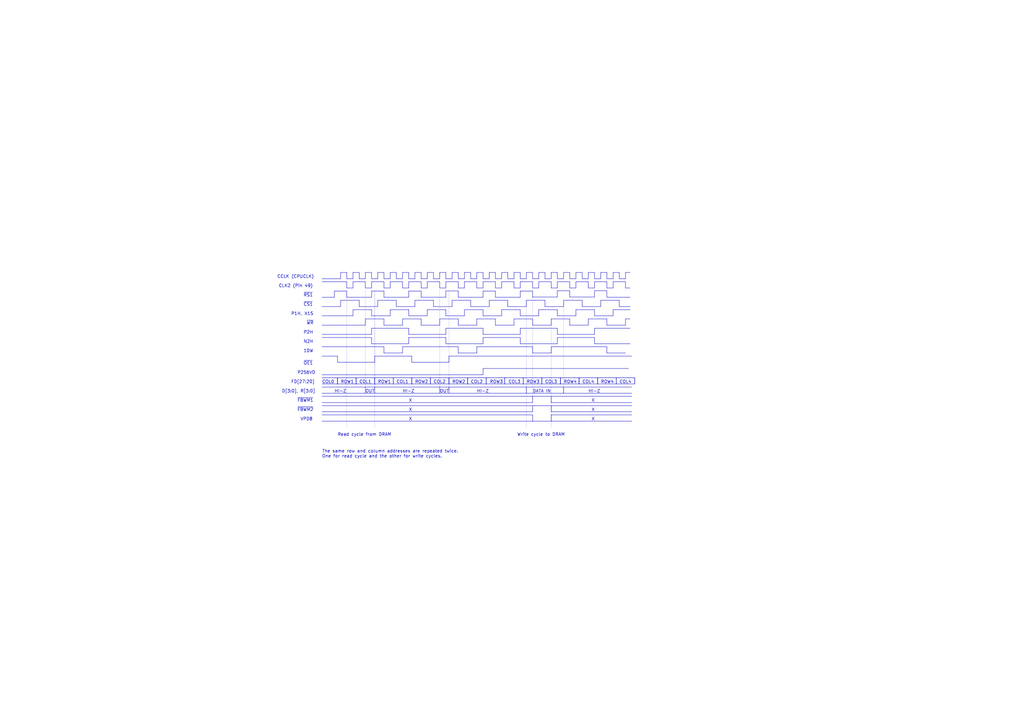
<source format=kicad_sch>
(kicad_sch (version 20230121) (generator eeschema)
  (paper "A3")
  (title_block (title "The Final Round") (date "2023-09-11") (company "Konami GX870"))
  (lib_symbols)
  (polyline (pts (xy 132.08 125.73) (xy 139.7 125.73)) (stroke (width 0) (type solid)))
  (polyline (pts (xy 243.84 134.62) (xy 258.445 134.62)) (stroke (width 0) (type solid)))
  (polyline (pts (xy 187.96 114.3) (xy 187.96 111.76)) (stroke (width 0) (type solid)))
  (polyline (pts (xy 184.15 146.05) (xy 259.08 146.05)) (stroke (width 0) (type solid)))
  (polyline (pts (xy 200.66 114.3) (xy 200.66 111.76)) (stroke (width 0) (type solid)))
  (polyline (pts (xy 153.67 161.29) (xy 153.67 158.75)) (stroke (width 0) (type solid)))
  (polyline (pts (xy 213.36 134.62) (xy 228.6 134.62)) (stroke (width 0) (type solid)))
  (polyline (pts (xy 198.12 114.3) (xy 198.12 111.76)) (stroke (width 0) (type solid)))
  (polyline (pts (xy 187.96 144.78) (xy 195.58 144.78)) (stroke (width 0) (type solid)))
  (polyline (pts (xy 233.68 133.35) (xy 241.3 133.35)) (stroke (width 0) (type solid)))
  (polyline (pts (xy 165.1 142.24) (xy 165.1 144.78)) (stroke (width 0) (type solid)))
  (polyline (pts (xy 228.6 114.3) (xy 231.14 114.3)) (stroke (width 0) (type solid)))
  (polyline (pts (xy 241.3 130.81) (xy 241.3 133.35)) (stroke (width 0) (type solid)))
  (polyline (pts (xy 152.4 119.38) (xy 157.48 119.38)) (stroke (width 0) (type solid)))
  (polyline (pts (xy 149.86 111.76) (xy 152.4 111.76)) (stroke (width 0) (type solid)))
  (polyline (pts (xy 138.43 154.94) (xy 146.05 154.94)) (stroke (width 0) (type solid)))
  (polyline (pts (xy 198.12 114.3) (xy 200.66 114.3)) (stroke (width 0) (type solid)))
  (polyline (pts (xy 220.98 115.57) (xy 226.06 115.57)) (stroke (width 0) (type solid)))
  (polyline (pts (xy 167.64 114.3) (xy 167.64 111.76)) (stroke (width 0) (type solid)))
  (polyline (pts (xy 149.86 130.81) (xy 157.48 130.81)) (stroke (width 0) (type solid)))
  (polyline (pts (xy 228.6 137.16) (xy 228.6 134.62)) (stroke (width 0) (type solid)))
  (polyline (pts (xy 152.4 114.3) (xy 152.4 111.76)) (stroke (width 0) (type solid)))
  (polyline (pts (xy 165.1 118.11) (xy 167.64 118.11)) (stroke (width 0) (type solid)))
  (polyline (pts (xy 198.12 121.92) (xy 198.12 119.38)) (stroke (width 0) (type solid)))
  (polyline (pts (xy 238.76 123.19) (xy 238.76 125.73)) (stroke (width 0) (type solid)))
  (polyline (pts (xy 226.06 172.72) (xy 259.08 172.72)) (stroke (width 0) (type solid)))
  (polyline (pts (xy 229.87 157.48) (xy 229.87 154.94)) (stroke (width 0) (type solid)))
  (polyline (pts (xy 184.15 157.48) (xy 184.15 154.94)) (stroke (width 0) (type solid)))
  (polyline (pts (xy 220.98 114.3) (xy 220.98 111.76)) (stroke (width 0) (type solid)))
  (polyline (pts (xy 138.43 148.59) (xy 153.67 148.59)) (stroke (width 0) (type solid)))
  (polyline (pts (xy 210.82 111.76) (xy 213.36 111.76)) (stroke (width 0) (type solid)))
  (polyline (pts (xy 162.56 114.3) (xy 165.1 114.3)) (stroke (width 0) (type solid)))
  (polyline (pts (xy 231.14 111.76) (xy 233.68 111.76)) (stroke (width 0) (type solid)))
  (polyline (pts (xy 162.56 123.19) (xy 162.56 125.73)) (stroke (width 0) (type solid)))
  (polyline (pts (xy 226.06 130.81) (xy 226.06 175.26)) (stroke (width 0) (type dot)))
  (polyline (pts (xy 233.68 114.3) (xy 236.22 114.3)) (stroke (width 0) (type solid)))
  (polyline (pts (xy 193.04 114.3) (xy 193.04 111.76)) (stroke (width 0) (type solid)))
  (polyline (pts (xy 226.06 170.18) (xy 226.06 172.72)) (stroke (width 0) (type solid)))
  (polyline (pts (xy 190.5 118.11) (xy 190.5 115.57)) (stroke (width 0) (type solid)))
  (polyline (pts (xy 184.15 157.48) (xy 191.77 157.48)) (stroke (width 0) (type solid)))
  (polyline (pts (xy 228.6 138.43) (xy 243.84 138.43)) (stroke (width 0) (type solid)))
  (polyline (pts (xy 243.84 140.97) (xy 258.445 140.97)) (stroke (width 0) (type solid)))
  (polyline (pts (xy 161.29 154.94) (xy 168.91 154.94)) (stroke (width 0) (type solid)))
  (polyline (pts (xy 157.48 119.38) (xy 157.48 121.92)) (stroke (width 0) (type solid)))
  (polyline (pts (xy 248.92 114.3) (xy 248.92 111.76)) (stroke (width 0) (type solid)))
  (polyline (pts (xy 207.01 154.94) (xy 214.63 154.94)) (stroke (width 0) (type solid)))
  (polyline (pts (xy 218.44 144.78) (xy 226.06 144.78)) (stroke (width 0) (type solid)))
  (polyline (pts (xy 218.44 133.35) (xy 226.06 133.35)) (stroke (width 0) (type solid)))
  (polyline (pts (xy 144.78 114.3) (xy 144.78 111.76)) (stroke (width 0) (type solid)))
  (polyline (pts (xy 182.88 119.3327) (xy 187.96 119.3327)) (stroke (width 0) (type solid)))
  (polyline (pts (xy 157.48 133.35) (xy 165.1 133.35)) (stroke (width 0) (type solid)))
  (polyline (pts (xy 243.84 114.3) (xy 246.38 114.3)) (stroke (width 0) (type solid)))
  (polyline (pts (xy 157.48 118.11) (xy 160.02 118.11)) (stroke (width 0) (type solid)))
  (polyline (pts (xy 236.22 115.57) (xy 241.3 115.57)) (stroke (width 0) (type solid)))
  (polyline (pts (xy 154.94 123.19) (xy 162.56 123.19)) (stroke (width 0) (type solid)))
  (polyline (pts (xy 199.39 157.48) (xy 199.39 154.94)) (stroke (width 0) (type solid)))
  (polyline (pts (xy 195.58 142.24) (xy 195.58 144.78)) (stroke (width 0) (type solid)))
  (polyline (pts (xy 184.15 119.38) (xy 184.15 160.02)) (stroke (width 0) (type dot)))
  (polyline (pts (xy 218.44 119.38) (xy 218.44 121.92)) (stroke (width 0) (type solid)))
  (polyline (pts (xy 153.67 157.48) (xy 153.67 154.94)) (stroke (width 0) (type solid)))
  (polyline (pts (xy 198.12 137.16) (xy 213.36 137.16)) (stroke (width 0) (type solid)))
  (polyline (pts (xy 213.36 119.38) (xy 218.44 119.38)) (stroke (width 0) (type solid)))
  (polyline (pts (xy 160.02 118.11) (xy 160.02 115.57)) (stroke (width 0) (type solid)))
  (polyline (pts (xy 254 114.3) (xy 256.54 114.3)) (stroke (width 0) (type solid)))
  (polyline (pts (xy 246.38 125.73) (xy 246.38 123.19)) (stroke (width 0) (type solid)))
  (polyline (pts (xy 218.44 142.24) (xy 218.44 144.78)) (stroke (width 0) (type solid)))
  (polyline (pts (xy 144.78 127) (xy 152.4 127)) (stroke (width 0) (type solid)))
  (polyline (pts (xy 231.14 125.73) (xy 231.14 123.19)) (stroke (width 0) (type solid)))
  (polyline (pts (xy 245.11 154.94) (xy 252.73 154.94)) (stroke (width 0) (type solid)))
  (polyline (pts (xy 203.2 114.3) (xy 205.74 114.3)) (stroke (width 0) (type solid)))
  (polyline (pts (xy 243.84 137.16) (xy 243.84 134.62)) (stroke (width 0) (type solid)))
  (polyline (pts (xy 231.14 158.75) (xy 231.14 161.29)) (stroke (width 0) (type solid)))
  (polyline (pts (xy 205.74 118.11) (xy 205.74 115.57)) (stroke (width 0) (type solid)))
  (polyline (pts (xy 172.72 130.81) (xy 172.72 133.35)) (stroke (width 0) (type solid)))
  (polyline (pts (xy 172.72 114.3) (xy 175.26 114.3)) (stroke (width 0) (type solid)))
  (polyline (pts (xy 199.39 157.48) (xy 207.01 157.48)) (stroke (width 0) (type solid)))
  (polyline (pts (xy 198.12 119.38) (xy 203.2 119.38)) (stroke (width 0) (type solid)))
  (polyline (pts (xy 228.6 115.57) (xy 233.68 115.57)) (stroke (width 0) (type solid)))
  (polyline (pts (xy 180.34 161.29) (xy 184.15 161.29)) (stroke (width 0) (type solid)))
  (polyline (pts (xy 254 125.73) (xy 254 123.19)) (stroke (width 0) (type solid)))
  (polyline (pts (xy 254 125.73) (xy 258.445 125.73)) (stroke (width 0) (type solid)))
  (polyline (pts (xy 175.26 129.54) (xy 175.26 127)) (stroke (width 0) (type solid)))
  (polyline (pts (xy 229.87 154.94) (xy 237.49 154.94)) (stroke (width 0) (type solid)))
  (polyline (pts (xy 251.46 111.76) (xy 254 111.76)) (stroke (width 0) (type solid)))
  (polyline (pts (xy 256.54 118.11) (xy 258.445 118.11)) (stroke (width 0) (type solid)))
  (polyline (pts (xy 157.48 142.24) (xy 157.48 144.78)) (stroke (width 0) (type solid)))
  (polyline (pts (xy 203.2 115.57) (xy 203.2 118.11)) (stroke (width 0) (type solid)))
  (polyline (pts (xy 168.91 148.59) (xy 168.91 146.05)) (stroke (width 0) (type solid)))
  (polyline (pts (xy 144.78 115.57) (xy 149.86 115.57)) (stroke (width 0) (type solid)))
  (polyline (pts (xy 187.96 115.57) (xy 187.96 118.11)) (stroke (width 0) (type solid)))
  (polyline (pts (xy 132.08 162.56) (xy 259.08 162.56)) (stroke (width 0) (type solid)))
  (polyline (pts (xy 246.38 123.19) (xy 254 123.19)) (stroke (width 0) (type solid)))
  (polyline (pts (xy 152.4 129.54) (xy 160.02 129.54)) (stroke (width 0) (type solid)))
  (polyline (pts (xy 222.25 157.48) (xy 222.25 154.94)) (stroke (width 0) (type solid)))
  (polyline (pts (xy 220.98 129.54) (xy 220.98 127)) (stroke (width 0) (type solid)))
  (polyline (pts (xy 144.78 118.11) (xy 144.78 115.57)) (stroke (width 0) (type solid)))
  (polyline (pts (xy 142.24 115.57) (xy 142.24 118.11)) (stroke (width 0) (type solid)))
  (polyline (pts (xy 167.64 137.16) (xy 167.64 134.62)) (stroke (width 0) (type solid)))
  (polyline (pts (xy 237.49 154.94) (xy 245.11 154.94)) (stroke (width 0) (type solid)))
  (polyline (pts (xy 182.88 129.54) (xy 190.5 129.54)) (stroke (width 0) (type solid)))
  (polyline (pts (xy 132.08 170.18) (xy 218.44 170.18)) (stroke (width 0) (type solid)))
  (polyline (pts (xy 175.26 114.3) (xy 175.26 111.76)) (stroke (width 0) (type solid)))
  (polyline (pts (xy 138.43 157.48) (xy 138.43 154.94)) (stroke (width 0) (type solid)))
  (polyline (pts (xy 256.54 130.81) (xy 256.54 133.35)) (stroke (width 0) (type solid)))
  (polyline (pts (xy 231.14 114.3) (xy 231.14 111.76)) (stroke (width 0) (type solid)))
  (polyline (pts (xy 187.96 130.81) (xy 187.96 133.35)) (stroke (width 0) (type solid)))
  (polyline (pts (xy 149.86 119.38) (xy 149.86 158.75)) (stroke (width 0) (type dot)))
  (polyline (pts (xy 241.3 130.81) (xy 248.92 130.81)) (stroke (width 0) (type solid)))
  (polyline (pts (xy 157.48 130.81) (xy 157.48 133.35)) (stroke (width 0) (type solid)))
  (polyline (pts (xy 180.34 130.81) (xy 187.96 130.81)) (stroke (width 0) (type solid)))
  (polyline (pts (xy 208.28 125.73) (xy 215.9 125.73)) (stroke (width 0) (type solid)))
  (polyline (pts (xy 187.96 118.11) (xy 190.5 118.11)) (stroke (width 0) (type solid)))
  (polyline (pts (xy 233.68 130.81) (xy 233.68 133.35)) (stroke (width 0) (type solid)))
  (polyline (pts (xy 157.48 121.92) (xy 167.64 121.92)) (stroke (width 0) (type solid)))
  (polyline (pts (xy 210.82 130.81) (xy 210.82 133.35)) (stroke (width 0) (type solid)))
  (polyline (pts (xy 237.49 157.48) (xy 237.49 154.94)) (stroke (width 0) (type solid)))
  (polyline (pts (xy 149.86 115.57) (xy 149.86 118.11)) (stroke (width 0) (type solid)))
  (polyline (pts (xy 218.4322 165.1) (xy 218.4322 162.56)) (stroke (width 0) (type solid)))
  (polyline (pts (xy 185.42 111.76) (xy 187.96 111.76)) (stroke (width 0) (type solid)))
  (polyline (pts (xy 168.91 154.94) (xy 176.53 154.94)) (stroke (width 0) (type solid)))
  (polyline (pts (xy 180.34 130.81) (xy 180.34 133.35)) (stroke (width 0) (type solid)))
  (polyline (pts (xy 195.58 142.24) (xy 218.44 142.24)) (stroke (width 0) (type solid)))
  (polyline (pts (xy 137.16 121.92) (xy 137.16 119.38)) (stroke (width 0) (type solid)))
  (polyline (pts (xy 146.05 157.48) (xy 153.67 157.48)) (stroke (width 0) (type solid)))
  (polyline (pts (xy 243.84 129.54) (xy 251.46 129.54)) (stroke (width 0) (type solid)))
  (polyline (pts (xy 241.3 118.11) (xy 243.84 118.11)) (stroke (width 0) (type solid)))
  (polyline (pts (xy 170.18 125.73) (xy 170.18 123.19)) (stroke (width 0) (type solid)))
  (polyline (pts (xy 167.64 114.3) (xy 170.18 114.3)) (stroke (width 0) (type solid)))
  (polyline (pts (xy 195.58 115.57) (xy 195.58 118.11)) (stroke (width 0) (type solid)))
  (polyline (pts (xy 167.64 118.11) (xy 167.64 115.57)) (stroke (width 0) (type solid)))
  (polyline (pts (xy 132.0878 168.91) (xy 218.4478 168.91)) (stroke (width 0) (type solid)))
  (polyline (pts (xy 207.01 157.48) (xy 207.01 154.94)) (stroke (width 0) (type solid)))
  (polyline (pts (xy 213.36 118.11) (xy 213.36 115.57)) (stroke (width 0) (type solid)))
  (polyline (pts (xy 199.39 157.48) (xy 199.39 154.94)) (stroke (width 0) (type solid)))
  (polyline (pts (xy 210.82 115.57) (xy 210.82 118.11)) (stroke (width 0) (type solid)))
  (polyline (pts (xy 214.63 157.48) (xy 214.63 154.94)) (stroke (width 0) (type solid)))
  (polyline (pts (xy 207.01 157.48) (xy 207.01 154.94)) (stroke (width 0) (type solid)))
  (polyline (pts (xy 243.84 129.54) (xy 243.84 127)) (stroke (width 0) (type solid)))
  (polyline (pts (xy 176.53 154.94) (xy 184.15 154.94)) (stroke (width 0) (type solid)))
  (polyline (pts (xy 139.7 125.73) (xy 139.7 123.19)) (stroke (width 0) (type solid)))
  (polyline (pts (xy 138.43 148.59) (xy 138.43 146.05)) (stroke (width 0) (type solid)))
  (polyline (pts (xy 220.98 118.11) (xy 220.98 115.57)) (stroke (width 0) (type solid)))
  (polyline (pts (xy 228.6 137.16) (xy 243.84 137.16)) (stroke (width 0) (type solid)))
  (polyline (pts (xy 195.58 130.81) (xy 203.2 130.81)) (stroke (width 0) (type solid)))
  (polyline (pts (xy 229.87 157.48) (xy 237.49 157.48)) (stroke (width 0) (type solid)))
  (polyline (pts (xy 149.86 158.75) (xy 153.67 158.75)) (stroke (width 0) (type solid)))
  (polyline (pts (xy 153.67 157.48) (xy 161.29 157.48)) (stroke (width 0) (type solid)))
  (polyline (pts (xy 233.68 119.2802) (xy 233.68 121.8202)) (stroke (width 0) (type solid)))
  (polyline (pts (xy 228.6 138.43) (xy 228.6 140.97)) (stroke (width 0) (type solid)))
  (polyline (pts (xy 195.58 130.81) (xy 195.58 133.35)) (stroke (width 0) (type solid)))
  (polyline (pts (xy 168.91 157.48) (xy 168.91 154.94)) (stroke (width 0) (type solid)))
  (polyline (pts (xy 167.64 121.92) (xy 167.64 119.38)) (stroke (width 0) (type solid)))
  (polyline (pts (xy 195.58 118.11) (xy 198.12 118.11)) (stroke (width 0) (type solid)))
  (polyline (pts (xy 177.8 125.73) (xy 185.42 125.73)) (stroke (width 0) (type solid)))
  (polyline (pts (xy 256.54 115.57) (xy 256.54 118.11)) (stroke (width 0) (type solid)))
  (polyline (pts (xy 223.52 114.3) (xy 223.52 111.76)) (stroke (width 0) (type solid)))
  (polyline (pts (xy 246.38 111.76) (xy 248.92 111.76)) (stroke (width 0) (type solid)))
  (polyline (pts (xy 190.5 115.57) (xy 195.58 115.57)) (stroke (width 0) (type solid)))
  (polyline (pts (xy 184.15 148.59) (xy 184.15 146.05)) (stroke (width 0) (type solid)))
  (polyline (pts (xy 142.24 114.3) (xy 142.24 111.76)) (stroke (width 0) (type solid)))
  (polyline (pts (xy 182.88 118.11) (xy 182.88 115.57)) (stroke (width 0) (type solid)))
  (polyline (pts (xy 172.72 118.11) (xy 175.26 118.11)) (stroke (width 0) (type solid)))
  (polyline (pts (xy 187.96 119.3327) (xy 187.96 121.8727)) (stroke (width 0) (type solid)))
  (polyline (pts (xy 142.24 114.3) (xy 144.78 114.3)) (stroke (width 0) (type solid)))
  (polyline (pts (xy 223.52 114.3) (xy 226.06 114.3)) (stroke (width 0) (type solid)))
  (polyline (pts (xy 153.67 119.38) (xy 153.67 175.26)) (stroke (width 0) (type dot)))
  (polyline (pts (xy 248.92 115.57) (xy 248.92 118.11)) (stroke (width 0) (type solid)))
  (polyline (pts (xy 180.34 158.75) (xy 184.15 158.75)) (stroke (width 0) (type solid)))
  (polyline (pts (xy 203.2 121.92) (xy 213.36 121.92)) (stroke (width 0) (type solid)))
  (polyline (pts (xy 236.22 129.54) (xy 236.22 127)) (stroke (width 0) (type solid)))
  (polyline (pts (xy 180.34 115.57) (xy 180.34 118.11)) (stroke (width 0) (type solid)))
  (polyline (pts (xy 172.72 119.38) (xy 172.72 121.92)) (stroke (width 0) (type solid)))
  (polyline (pts (xy 165.1 115.57) (xy 165.1 118.11)) (stroke (width 0) (type solid)))
  (polyline (pts (xy 152.4 138.43) (xy 152.4 140.97)) (stroke (width 0) (type solid)))
  (polyline (pts (xy 162.56 114.3) (xy 162.56 111.76)) (stroke (width 0) (type solid)))
  (polyline (pts (xy 195.58 114.3) (xy 195.58 111.76)) (stroke (width 0) (type solid)))
  (polyline (pts (xy 193.04 125.73) (xy 200.66 125.73)) (stroke (width 0) (type solid)))
  (polyline (pts (xy 256.54 114.3) (xy 256.54 111.76)) (stroke (width 0) (type solid)))
  (polyline (pts (xy 146.05 154.94) (xy 153.67 154.94)) (stroke (width 0) (type solid)))
  (polyline (pts (xy 228.6 127) (xy 228.6 129.54)) (stroke (width 0) (type solid)))
  (polyline (pts (xy 185.42 123.19) (xy 193.04 123.19)) (stroke (width 0) (type solid)))
  (polyline (pts (xy 231.14 123.19) (xy 238.76 123.19)) (stroke (width 0) (type solid)))
  (polyline (pts (xy 237.49 157.48) (xy 245.11 157.48)) (stroke (width 0) (type solid)))
  (polyline (pts (xy 226.0678 168.91) (xy 226.0678 166.37)) (stroke (width 0) (type solid)))
  (polyline (pts (xy 184.15 158.75) (xy 259.08 158.75)) (stroke (width 0) (type solid)))
  (polyline (pts (xy 205.74 111.76) (xy 208.28 111.76)) (stroke (width 0) (type solid)))
  (polyline (pts (xy 222.25 157.48) (xy 222.25 154.94)) (stroke (width 0) (type solid)))
  (polyline (pts (xy 218.44 114.3) (xy 220.98 114.3)) (stroke (width 0) (type solid)))
  (polyline (pts (xy 243.84 119.2802) (xy 248.92 119.2802)) (stroke (width 0) (type solid)))
  (polyline (pts (xy 167.64 115.57) (xy 172.72 115.57)) (stroke (width 0) (type solid)))
  (polyline (pts (xy 198.12 138.43) (xy 198.12 140.97)) (stroke (width 0) (type solid)))
  (polyline (pts (xy 226.06 130.81) (xy 226.06 133.35)) (stroke (width 0) (type solid)))
  (polyline (pts (xy 147.32 125.73) (xy 154.94 125.73)) (stroke (width 0) (type solid)))
  (polyline (pts (xy 157.48 115.57) (xy 157.48 118.11)) (stroke (width 0) (type solid)))
  (polyline (pts (xy 215.9 114.3) (xy 215.9 111.76)) (stroke (width 0) (type solid)))
  (polyline (pts (xy 149.86 118.11) (xy 152.4 118.11)) (stroke (width 0) (type solid)))
  (polyline (pts (xy 168.91 148.59) (xy 184.15 148.59)) (stroke (width 0) (type solid)))
  (polyline (pts (xy 167.64 129.54) (xy 175.26 129.54)) (stroke (width 0) (type solid)))
  (polyline (pts (xy 153.67 157.48) (xy 153.67 154.94)) (stroke (width 0) (type solid)))
  (polyline (pts (xy 215.9 111.76) (xy 218.44 111.76)) (stroke (width 0) (type solid)))
  (polyline (pts (xy 177.8 114.3) (xy 180.34 114.3)) (stroke (width 0) (type solid)))
  (polyline (pts (xy 226.06 111.76) (xy 228.6 111.76)) (stroke (width 0) (type solid)))
  (polyline (pts (xy 132.08 158.75) (xy 149.86 158.75)) (stroke (width 0) (type solid)))
  (polyline (pts (xy 172.72 115.57) (xy 172.72 118.11)) (stroke (width 0) (type solid)))
  (polyline (pts (xy 251.46 114.3) (xy 251.46 111.76)) (stroke (width 0) (type solid)))
  (polyline (pts (xy 218.44 118.11) (xy 220.98 118.11)) (stroke (width 0) (type solid)))
  (polyline (pts (xy 132.08 146.05) (xy 138.43 146.05)) (stroke (width 0) (type solid)))
  (polyline (pts (xy 149.86 130.81) (xy 149.86 133.35)) (stroke (width 0) (type solid)))
  (polyline (pts (xy 185.42 114.3) (xy 185.42 111.76)) (stroke (width 0) (type solid)))
  (polyline (pts (xy 142.24 119.38) (xy 142.24 121.92)) (stroke (width 0) (type solid)))
  (polyline (pts (xy 193.04 123.19) (xy 193.04 125.73)) (stroke (width 0) (type solid)))
  (polyline (pts (xy 162.56 125.73) (xy 170.18 125.73)) (stroke (width 0) (type solid)))
  (polyline (pts (xy 161.29 157.48) (xy 168.91 157.48)) (stroke (width 0) (type solid)))
  (polyline (pts (xy 218.44 114.3) (xy 218.44 111.76)) (stroke (width 0) (type solid)))
  (polyline (pts (xy 132.08 154.94) (xy 138.43 154.94)) (stroke (width 0) (type solid)))
  (polyline (pts (xy 208.28 114.3) (xy 210.82 114.3)) (stroke (width 0) (type solid)))
  (polyline (pts (xy 167.64 127) (xy 167.64 129.54)) (stroke (width 0) (type solid)))
  (polyline (pts (xy 218.44 172.72) (xy 226.06 172.72)) (stroke (width 0) (type solid)))
  (polyline (pts (xy 226.06 142.24) (xy 226.06 144.78)) (stroke (width 0) (type solid)))
  (polyline (pts (xy 256.54 130.81) (xy 258.445 130.81)) (stroke (width 0) (type solid)))
  (polyline (pts (xy 165.1 111.76) (xy 167.64 111.76)) (stroke (width 0) (type solid)))
  (polyline (pts (xy 146.05 157.48) (xy 146.05 154.94)) (stroke (width 0) (type solid)))
  (polyline (pts (xy 251.46 129.54) (xy 251.46 127)) (stroke (width 0) (type solid)))
  (polyline (pts (xy 144.78 111.76) (xy 147.32 111.76)) (stroke (width 0) (type solid)))
  (polyline (pts (xy 182.88 114.3) (xy 182.88 111.76)) (stroke (width 0) (type solid)))
  (polyline (pts (xy 152.4 137.16) (xy 152.4 134.62)) (stroke (width 0) (type solid)))
  (polyline (pts (xy 228.6 118.11) (xy 228.6 115.57)) (stroke (width 0) (type solid)))
  (polyline (pts (xy 203.2 119.38) (xy 203.2 121.92)) (stroke (width 0) (type solid)))
  (polyline (pts (xy 161.29 157.48) (xy 161.29 154.94)) (stroke (width 0) (type solid)))
  (polyline (pts (xy 222.25 154.94) (xy 229.87 154.94)) (stroke (width 0) (type solid)))
  (polyline (pts (xy 167.64 138.43) (xy 167.64 140.97)) (stroke (width 0) (type solid)))
  (polyline (pts (xy 218.44 121.8202) (xy 228.6 121.8202)) (stroke (width 0) (type solid)))
  (polyline (pts (xy 223.52 125.73) (xy 231.14 125.73)) (stroke (width 0) (type solid)))
  (polyline (pts (xy 170.18 111.76) (xy 172.72 111.76)) (stroke (width 0) (type solid)))
  (polyline (pts (xy 175.26 115.57) (xy 180.34 115.57)) (stroke (width 0) (type solid)))
  (polyline (pts (xy 245.11 157.48) (xy 252.73 157.48)) (stroke (width 0) (type solid)))
  (polyline (pts (xy 165.1 130.81) (xy 165.1 133.35)) (stroke (width 0) (type solid)))
  (polyline (pts (xy 160.02 129.54) (xy 160.02 127)) (stroke (width 0) (type solid)))
  (polyline (pts (xy 153.67 146.05) (xy 168.91 146.05)) (stroke (width 0) (type solid)))
  (polyline (pts (xy 252.73 154.94) (xy 260.35 154.94)) (stroke (width 0) (type solid)))
  (polyline (pts (xy 175.26 127) (xy 182.88 127)) (stroke (width 0) (type solid)))
  (polyline (pts (xy 213.36 129.54) (xy 220.98 129.54)) (stroke (width 0) (type solid)))
  (polyline (pts (xy 190.5 111.76) (xy 193.04 111.76)) (stroke (width 0) (type solid)))
  (polyline (pts (xy 210.82 118.11) (xy 213.36 118.11)) (stroke (width 0) (type solid)))
  (polyline (pts (xy 236.22 111.76) (xy 238.76 111.76)) (stroke (width 0) (type solid)))
  (polyline (pts (xy 222.25 157.48) (xy 229.87 157.48)) (stroke (width 0) (type solid)))
  (polyline (pts (xy 236.22 114.3) (xy 236.22 111.76)) (stroke (width 0) (type solid)))
  (polyline (pts (xy 198.12 151.13) (xy 257.81 151.13)) (stroke (width 0) (type solid)))
  (polyline (pts (xy 252.73 157.48) (xy 260.35 157.48)) (stroke (width 0) (type solid)))
  (polyline (pts (xy 248.92 119.2802) (xy 248.92 121.8202)) (stroke (width 0) (type solid)))
  (polyline (pts (xy 200.66 123.19) (xy 208.28 123.19)) (stroke (width 0) (type solid)))
  (polyline (pts (xy 223.52 123.19) (xy 223.52 125.73)) (stroke (width 0) (type solid)))
  (polyline (pts (xy 157.48 114.3) (xy 157.48 111.76)) (stroke (width 0) (type solid)))
  (polyline (pts (xy 182.88 114.3) (xy 185.42 114.3)) (stroke (width 0) (type solid)))
  (polyline (pts (xy 138.43 157.48) (xy 138.43 154.94)) (stroke (width 0) (type solid)))
  (polyline (pts (xy 137.16 119.38) (xy 142.24 119.38)) (stroke (width 0) (type solid)))
  (polyline (pts (xy 213.36 137.16) (xy 213.36 134.62)) (stroke (width 0) (type solid)))
  (polyline (pts (xy 241.3 115.57) (xy 241.3 118.11)) (stroke (width 0) (type solid)))
  (polyline (pts (xy 132.08 161.29) (xy 149.86 161.29)) (stroke (width 0) (type solid)))
  (polyline (pts (xy 182.88 115.57) (xy 187.96 115.57)) (stroke (width 0) (type solid)))
  (polyline (pts (xy 238.76 114.3) (xy 238.76 111.76)) (stroke (width 0) (type solid)))
  (polyline (pts (xy 248.92 114.3) (xy 251.46 114.3)) (stroke (width 0) (type solid)))
  (polyline (pts (xy 153.67 157.48) (xy 153.67 154.94)) (stroke (width 0) (type solid)))
  (polyline (pts (xy 138.43 157.48) (xy 146.05 157.48)) (stroke (width 0) (type solid)))
  (polyline (pts (xy 226.06 170.18) (xy 259.08 170.18)) (stroke (width 0) (type solid)))
  (polyline (pts (xy 182.88 127) (xy 182.88 129.54)) (stroke (width 0) (type solid)))
  (polyline (pts (xy 132.08 114.3) (xy 139.7 114.3)) (stroke (width 0) (type solid)))
  (polyline (pts (xy 182.88 137.16) (xy 182.88 134.62)) (stroke (width 0) (type solid)))
  (polyline (pts (xy 226.06 165.1) (xy 259.08 165.1)) (stroke (width 0) (type solid)))
  (polyline (pts (xy 132.08 138.43) (xy 152.4 138.43)) (stroke (width 0) (type solid)))
  (polyline (pts (xy 203.2 114.3) (xy 203.2 111.76)) (stroke (width 0) (type solid)))
  (polyline (pts (xy 191.77 157.48) (xy 199.39 157.48)) (stroke (width 0) (type solid)))
  (polyline (pts (xy 161.29 157.48) (xy 161.29 154.94)) (stroke (width 0) (type solid)))
  (polyline (pts (xy 168.91 157.48) (xy 168.91 154.94)) (stroke (width 0) (type solid)))
  (polyline (pts (xy 160.02 127) (xy 167.64 127)) (stroke (width 0) (type solid)))
  (polyline (pts (xy 180.34 111.76) (xy 182.88 111.76)) (stroke (width 0) (type solid)))
  (polyline (pts (xy 215.9 123.19) (xy 223.52 123.19)) (stroke (width 0) (type solid)))
  (polyline (pts (xy 153.67 119.38) (xy 153.67 160.02)) (stroke (width 0) (type dot)))
  (polyline (pts (xy 198.12 137.16) (xy 198.12 134.62)) (stroke (width 0) (type solid)))
  (polyline (pts (xy 152.4 121.92) (xy 152.4 119.38)) (stroke (width 0) (type solid)))
  (polyline (pts (xy 248.92 118.11) (xy 251.46 118.11)) (stroke (width 0) (type solid)))
  (polyline (pts (xy 215.9 158.75) (xy 215.9 161.29)) (stroke (width 0) (type solid)))
  (polyline (pts (xy 203.2 133.35) (xy 210.82 133.35)) (stroke (width 0) (type solid)))
  (polyline (pts (xy 245.11 157.48) (xy 245.11 154.94)) (stroke (width 0) (type solid)))
  (polyline (pts (xy 205.74 115.57) (xy 210.82 115.57)) (stroke (width 0) (type solid)))
  (polyline (pts (xy 229.87 157.48) (xy 229.87 154.94)) (stroke (width 0) (type solid)))
  (polyline (pts (xy 153.67 158.75) (xy 180.34 158.75)) (stroke (width 0) (type solid)))
  (polyline (pts (xy 213.36 121.92) (xy 213.36 119.38)) (stroke (width 0) (type solid)))
  (polyline (pts (xy 153.67 157.48) (xy 153.67 154.94)) (stroke (width 0) (type solid)))
  (polyline (pts (xy 182.88 138.43) (xy 182.88 140.97)) (stroke (width 0) (type solid)))
  (polyline (pts (xy 182.88 140.97) (xy 198.12 140.97)) (stroke (width 0) (type solid)))
  (polyline (pts (xy 213.36 115.57) (xy 218.44 115.57)) (stroke (width 0) (type solid)))
  (polyline (pts (xy 256.54 111.76) (xy 258.445 111.76)) (stroke (width 0) (type solid)))
  (polyline (pts (xy 218.44 170.18) (xy 218.44 172.72)) (stroke (width 0) (type solid)))
  (polyline (pts (xy 182.88 134.62) (xy 198.12 134.62)) (stroke (width 0) (type solid)))
  (polyline (pts (xy 177.8 114.3) (xy 177.8 111.76)) (stroke (width 0) (type solid)))
  (polyline (pts (xy 200.66 111.76) (xy 203.2 111.76)) (stroke (width 0) (type solid)))
  (polyline (pts (xy 172.72 114.3) (xy 172.72 111.76)) (stroke (width 0) (type solid)))
  (polyline (pts (xy 207.01 157.48) (xy 214.63 157.48)) (stroke (width 0) (type solid)))
  (polyline (pts (xy 152.4 134.62) (xy 167.64 134.62)) (stroke (width 0) (type solid)))
  (polyline (pts (xy 203.2 118.11) (xy 205.74 118.11)) (stroke (width 0) (type solid)))
  (polyline (pts (xy 187.96 121.92) (xy 198.12 121.92)) (stroke (width 0) (type solid)))
  (polyline (pts (xy 170.18 123.19) (xy 177.8 123.19)) (stroke (width 0) (type solid)))
  (polyline (pts (xy 152.4 115.57) (xy 157.48 115.57)) (stroke (width 0) (type solid)))
  (polyline (pts (xy 147.32 123.19) (xy 147.32 125.73)) (stroke (width 0) (type solid)))
  (polyline (pts (xy 184.15 157.48) (xy 184.15 154.94)) (stroke (width 0) (type solid)))
  (polyline (pts (xy 132.08 137.16) (xy 152.4 137.16)) (stroke (width 0) (type solid)))
  (polyline (pts (xy 165.1 142.24) (xy 187.96 142.24)) (stroke (width 0) (type solid)))
  (polyline (pts (xy 205.74 114.3) (xy 205.74 111.76)) (stroke (width 0) (type solid)))
  (polyline (pts (xy 198.12 138.43) (xy 213.36 138.43)) (stroke (width 0) (type solid)))
  (polyline (pts (xy 252.73 157.48) (xy 252.73 154.94)) (stroke (width 0) (type solid)))
  (polyline (pts (xy 228.6 129.54) (xy 236.22 129.54)) (stroke (width 0) (type solid)))
  (polyline (pts (xy 260.35 157.48) (xy 260.35 154.94)) (stroke (width 0) (type solid)))
  (polyline (pts (xy 226.06 142.24) (xy 248.92 142.24)) (stroke (width 0) (type solid)))
  (polyline (pts (xy 182.88 121.8727) (xy 182.88 119.3327)) (stroke (width 0) (type solid)))
  (polyline (pts (xy 132.08 115.57) (xy 142.24 115.57)) (stroke (width 0) (type solid)))
  (polyline (pts (xy 191.77 154.94) (xy 199.39 154.94)) (stroke (width 0) (type solid)))
  (polyline (pts (xy 165.1 114.3) (xy 165.1 111.76)) (stroke (width 0) (type solid)))
  (polyline (pts (xy 198.12 115.57) (xy 203.2 115.57)) (stroke (width 0) (type solid)))
  (polyline (pts (xy 236.22 127) (xy 243.84 127)) (stroke (width 0) (type solid)))
  (polyline (pts (xy 132.08 157.48) (xy 138.43 157.48)) (stroke (width 0) (type solid)))
  (polyline (pts (xy 198.1177 153.67) (xy 198.1177 151.13)) (stroke (width 0) (type solid)))
  (polyline (pts (xy 180.34 118.11) (xy 182.88 118.11)) (stroke (width 0) (type solid)))
  (polyline (pts (xy 167.64 119.38) (xy 172.72 119.38)) (stroke (width 0) (type solid)))
  (polyline (pts (xy 152.4 127) (xy 152.4 129.54)) (stroke (width 0) (type solid)))
  (polyline (pts (xy 200.66 125.73) (xy 200.66 123.19)) (stroke (width 0) (type solid)))
  (polyline (pts (xy 168.91 157.48) (xy 168.91 154.94)) (stroke (width 0) (type solid)))
  (polyline (pts (xy 184.15 154.94) (xy 191.77 154.94)) (stroke (width 0) (type solid)))
  (polyline (pts (xy 248.92 144.78) (xy 256.54 144.78)) (stroke (width 0) (type solid)))
  (polyline (pts (xy 208.28 123.19) (xy 208.28 125.73)) (stroke (width 0) (type solid)))
  (polyline (pts (xy 132.08 129.54) (xy 144.78 129.54)) (stroke (width 0) (type solid)))
  (polyline (pts (xy 168.91 157.48) (xy 168.91 154.94)) (stroke (width 0) (type solid)))
  (polyline (pts (xy 241.3 111.76) (xy 243.84 111.76)) (stroke (width 0) (type solid)))
  (polyline (pts (xy 218.44 121.92) (xy 218.44 163.83)) (stroke (width 0) (type dot)))
  (polyline (pts (xy 152.4 140.97) (xy 167.64 140.97)) (stroke (width 0) (type solid)))
  (polyline (pts (xy 149.86 114.3) (xy 149.86 111.76)) (stroke (width 0) (type solid)))
  (polyline (pts (xy 228.6 119.2802) (xy 233.68 119.2802)) (stroke (width 0) (type solid)))
  (polyline (pts (xy 228.6 114.3) (xy 228.6 111.76)) (stroke (width 0) (type solid)))
  (polyline (pts (xy 139.7 123.19) (xy 147.32 123.19)) (stroke (width 0) (type solid)))
  (polyline (pts (xy 144.78 127) (xy 144.78 129.54)) (stroke (width 0) (type solid)))
  (polyline (pts (xy 238.76 114.3) (xy 241.3 114.3)) (stroke (width 0) (type solid)))
  (polyline (pts (xy 248.92 133.35) (xy 256.54 133.35)) (stroke (width 0) (type solid)))
  (polyline (pts (xy 213.36 140.97) (xy 228.6 140.97)) (stroke (width 0) (type solid)))
  (polyline (pts (xy 213.36 114.3) (xy 215.9 114.3)) (stroke (width 0) (type solid)))
  (polyline (pts (xy 153.67 148.59) (xy 153.67 146.05)) (stroke (width 0) (type solid)))
  (polyline (pts (xy 251.46 127) (xy 258.445 127)) (stroke (width 0) (type solid)))
  (polyline (pts (xy 248.92 142.24) (xy 248.92 144.78)) (stroke (width 0) (type solid)))
  (polyline (pts (xy 190.5 127) (xy 198.12 127)) (stroke (width 0) (type solid)))
  (polyline (pts (xy 187.96 133.35) (xy 195.58 133.35)) (stroke (width 0) (type solid)))
  (polyline (pts (xy 236.22 118.11) (xy 236.22 115.57)) (stroke (width 0) (type solid)))
  (polyline (pts (xy 252.73 157.48) (xy 252.73 154.94)) (stroke (width 0) (type solid)))
  (polyline (pts (xy 160.02 115.57) (xy 165.1 115.57)) (stroke (width 0) (type solid)))
  (polyline (pts (xy 142.24 121.92) (xy 152.4 121.92)) (stroke (width 0) (type solid)))
  (polyline (pts (xy 167.64 137.16) (xy 182.88 137.16)) (stroke (width 0) (type solid)))
  (polyline (pts (xy 205.74 127) (xy 213.36 127)) (stroke (width 0) (type solid)))
  (polyline (pts (xy 160.02 114.3) (xy 160.02 111.76)) (stroke (width 0) (type solid)))
  (polyline (pts (xy 132.08 121.92) (xy 137.16 121.92)) (stroke (width 0) (type solid)))
  (polyline (pts (xy 170.18 114.3) (xy 170.18 111.76)) (stroke (width 0) (type solid)))
  (polyline (pts (xy 226.0678 168.91) (xy 259.0878 168.91)) (stroke (width 0) (type solid)))
  (polyline (pts (xy 214.63 157.48) (xy 222.25 157.48)) (stroke (width 0) (type solid)))
  (polyline (pts (xy 187.96 114.3) (xy 190.5 114.3)) (stroke (width 0) (type solid)))
  (polyline (pts (xy 180.34 119.38) (xy 180.34 158.75)) (stroke (width 0) (type dot)))
  (polyline (pts (xy 191.77 157.48) (xy 191.77 154.94)) (stroke (width 0) (type solid)))
  (polyline (pts (xy 210.82 130.81) (xy 218.44 130.81)) (stroke (width 0) (type solid)))
  (polyline (pts (xy 152.4 114.3) (xy 154.94 114.3)) (stroke (width 0) (type solid)))
  (polyline (pts (xy 220.98 111.76) (xy 223.52 111.76)) (stroke (width 0) (type solid)))
  (polyline (pts (xy 233.68 121.8202) (xy 243.84 121.8202)) (stroke (width 0) (type solid)))
  (polyline (pts (xy 243.84 138.43) (xy 243.84 140.97)) (stroke (width 0) (type solid)))
  (polyline (pts (xy 260.35 157.48) (xy 260.35 154.94)) (stroke (width 0) (type solid)))
  (polyline (pts (xy 198.12 118.11) (xy 198.12 115.57)) (stroke (width 0) (type solid)))
  (polyline (pts (xy 213.36 114.3) (xy 213.36 111.76)) (stroke (width 0) (type solid)))
  (polyline (pts (xy 226.06 130.81) (xy 233.68 130.81)) (stroke (width 0) (type solid)))
  (polyline (pts (xy 185.42 125.73) (xy 185.42 123.19)) (stroke (width 0) (type solid)))
  (polyline (pts (xy 176.53 157.48) (xy 176.53 154.94)) (stroke (width 0) (type solid)))
  (polyline (pts (xy 238.76 125.73) (xy 246.38 125.73)) (stroke (width 0) (type solid)))
  (polyline (pts (xy 218.44 130.81) (xy 218.44 133.35)) (stroke (width 0) (type solid)))
  (polyline (pts (xy 241.3 114.3) (xy 241.3 111.76)) (stroke (width 0) (type solid)))
  (polyline (pts (xy 233.68 114.3) (xy 233.68 111.76)) (stroke (width 0) (type solid)))
  (polyline (pts (xy 154.94 111.76) (xy 157.48 111.76)) (stroke (width 0) (type solid)))
  (polyline (pts (xy 152.4 118.11) (xy 152.4 115.57)) (stroke (width 0) (type solid)))
  (polyline (pts (xy 208.28 114.3) (xy 208.28 111.76)) (stroke (width 0) (type solid)))
  (polyline (pts (xy 180.34 114.3) (xy 180.34 111.76)) (stroke (width 0) (type solid)))
  (polyline (pts (xy 220.98 127) (xy 228.6 127)) (stroke (width 0) (type solid)))
  (polyline (pts (xy 168.91 157.48) (xy 176.53 157.48)) (stroke (width 0) (type solid)))
  (polyline (pts (xy 132.08 153.67) (xy 198.12 153.67)) (stroke (width 0) (type solid)))
  (polyline (pts (xy 184.15 161.29) (xy 184.15 158.75)) (stroke (width 0) (type solid)))
  (polyline (pts (xy 226.06 114.3) (xy 226.06 111.76)) (stroke (width 0) (type solid)))
  (polyline (pts (xy 132.08 172.72) (xy 218.44 172.72)) (stroke (width 0) (type solid)))
  (polyline (pts (xy 233.68 118.11) (xy 236.22 118.11)) (stroke (width 0) (type solid)))
  (polyline (pts (xy 154.94 114.3) (xy 154.94 111.76)) (stroke (width 0) (type solid)))
  (polyline (pts (xy 214.63 154.94) (xy 222.25 154.94)) (stroke (width 0) (type solid)))
  (polyline (pts (xy 198.12 129.54) (xy 205.74 129.54)) (stroke (width 0) (type solid)))
  (polyline (pts (xy 180.34 161.29) (xy 180.34 158.75)) (stroke (width 0) (type solid)))
  (polyline (pts (xy 215.9 125.73) (xy 215.9 123.19)) (stroke (width 0) (type solid)))
  (polyline (pts (xy 132.08 133.35) (xy 149.86 133.35)) (stroke (width 0) (type solid)))
  (polyline (pts (xy 195.58 111.76) (xy 198.12 111.76)) (stroke (width 0) (type solid)))
  (polyline (pts (xy 210.82 114.3) (xy 210.82 111.76)) (stroke (width 0) (type solid)))
  (polyline (pts (xy 146.05 157.48) (xy 146.05 154.94)) (stroke (width 0) (type solid)))
  (polyline (pts (xy 243.84 118.11) (xy 243.84 115.57)) (stroke (width 0) (type solid)))
  (polyline (pts (xy 214.63 157.48) (xy 214.63 154.94)) (stroke (width 0) (type solid)))
  (polyline (pts (xy 205.74 129.54) (xy 205.74 127)) (stroke (width 0) (type solid)))
  (polyline (pts (xy 199.39 154.94) (xy 207.01 154.94)) (stroke (width 0) (type solid)))
  (polyline (pts (xy 218.44 115.57) (xy 218.44 118.11)) (stroke (width 0) (type solid)))
  (polyline (pts (xy 226.06 118.11) (xy 228.6 118.11)) (stroke (width 0) (type solid)))
  (polyline (pts (xy 248.92 121.92) (xy 258.445 121.92)) (stroke (width 0) (type solid)))
  (polyline (pts (xy 160.02 111.76) (xy 162.56 111.76)) (stroke (width 0) (type solid)))
  (polyline (pts (xy 187.96 142.24) (xy 187.96 144.78)) (stroke (width 0) (type solid)))
  (polyline (pts (xy 233.68 115.57) (xy 233.68 118.11)) (stroke (width 0) (type solid)))
  (polyline (pts (xy 254 114.3) (xy 254 111.76)) (stroke (width 0) (type solid)))
  (polyline (pts (xy 215.9 123.19) (xy 215.9 175.26)) (stroke (width 0) (type dot)))
  (polyline (pts (xy 198.12 127) (xy 198.12 129.54)) (stroke (width 0) (type solid)))
  (polyline (pts (xy 142.24 120.65) (xy 142.24 175.26)) (stroke (width 0) (type dot)))
  (polyline (pts (xy 139.7 114.3) (xy 139.7 111.76)) (stroke (width 0) (type solid)))
  (polyline (pts (xy 226.06 165.1) (xy 226.06 162.56)) (stroke (width 0) (type solid)))
  (polyline (pts (xy 142.24 118.11) (xy 144.78 118.11)) (stroke (width 0) (type solid)))
  (polyline (pts (xy 251.46 115.57) (xy 256.54 115.57)) (stroke (width 0) (type solid)))
  (polyline (pts (xy 228.6 121.8202) (xy 228.6 119.2802)) (stroke (width 0) (type solid)))
  (polyline (pts (xy 213.36 138.43) (xy 213.36 140.97)) (stroke (width 0) (type solid)))
  (polyline (pts (xy 190.5 129.54) (xy 190.5 127)) (stroke (width 0) (type solid)))
  (polyline (pts (xy 157.48 144.78) (xy 165.1 144.78)) (stroke (width 0) (type solid)))
  (polyline (pts (xy 218.44 168.91) (xy 218.44 166.37)) (stroke (width 0) (type solid)))
  (polyline (pts (xy 176.53 157.48) (xy 176.53 154.94)) (stroke (width 0) (type solid)))
  (polyline (pts (xy 165.1 130.81) (xy 172.72 130.81)) (stroke (width 0) (type solid)))
  (polyline (pts (xy 248.92 130.81) (xy 248.92 133.35)) (stroke (width 0) (type solid)))
  (polyline (pts (xy 147.32 114.3) (xy 149.86 114.3)) (stroke (width 0) (type solid)))
  (polyline (pts (xy 147.32 114.3) (xy 147.32 111.76)) (stroke (width 0) (type solid)))
  (polyline (pts (xy 175.26 118.11) (xy 175.26 115.57)) (stroke (width 0) (type solid)))
  (polyline (pts (xy 132.08 142.24) (xy 157.48 142.24)) (stroke (width 0) (type solid)))
  (polyline (pts (xy 139.7 111.76) (xy 142.24 111.76)) (stroke (width 0) (type solid)))
  (polyline (pts (xy 251.46 118.11) (xy 251.46 115.57)) (stroke (width 0) (type solid)))
  (polyline (pts (xy 191.77 157.48) (xy 191.77 154.94)) (stroke (width 0) (type solid)))
  (polyline (pts (xy 190.5 114.3) (xy 190.5 111.76)) (stroke (width 0) (type solid)))
  (polyline (pts (xy 153.67 161.29) (xy 180.34 161.29)) (stroke (width 0) (type solid)))
  (polyline (pts (xy 246.38 114.3) (xy 246.38 111.76)) (stroke (width 0) (type solid)))
  (polyline (pts (xy 172.72 133.35) (xy 180.34 133.35)) (stroke (width 0) (type solid)))
  (polyline (pts (xy 157.48 114.3) (xy 160.02 114.3)) (stroke (width 0) (type solid)))
  (polyline (pts (xy 213.36 127) (xy 213.36 129.54)) (stroke (width 0) (type solid)))
  (polyline (pts (xy 167.64 138.43) (xy 182.88 138.43)) (stroke (width 0) (type solid)))
  (polyline (pts (xy 172.72 121.8727) (xy 182.88 121.8727)) (stroke (width 0) (type solid)))
  (polyline (pts (xy 243.84 115.57) (xy 248.92 115.57)) (stroke (width 0) (type solid)))
  (polyline (pts (xy 154.94 125.73) (xy 154.94 123.19)) (stroke (width 0) (type solid)))
  (polyline (pts (xy 193.04 114.3) (xy 195.58 114.3)) (stroke (width 0) (type solid)))
  (polyline (pts (xy 237.49 157.48) (xy 237.49 154.94)) (stroke (width 0) (type solid)))
  (polyline (pts (xy 226.06 115.57) (xy 226.06 118.11)) (stroke (width 0) (type solid)))
  (polyline (pts (xy 153.67 154.94) (xy 161.29 154.94)) (stroke (width 0) (type solid)))
  (polyline (pts (xy 203.2 130.81) (xy 203.2 133.35)) (stroke (width 0) (type solid)))
  (polyline (pts (xy 176.53 157.48) (xy 184.15 157.48)) (stroke (width 0) (type solid)))
  (polyline (pts (xy 149.86 161.29) (xy 149.86 158.75)) (stroke (width 0) (type solid)))
  (polyline (pts (xy 245.11 157.48) (xy 245.11 154.94)) (stroke (width 0) (type solid)))
  (polyline (pts (xy 175.26 111.76) (xy 177.8 111.76)) (stroke (width 0) (type solid)))
  (polyline (pts (xy 243.84 121.8202) (xy 243.84 119.2802)) (stroke (width 0) (type solid)))
  (polyline (pts (xy 132.0878 166.37) (xy 259.0878 166.37)) (stroke (width 0) (type solid)))
  (polyline (pts (xy 132.08 165.1) (xy 218.44 165.1)) (stroke (width 0) (type solid)))
  (polyline (pts (xy 231.14 124.46) (xy 231.14 161.29)) (stroke (width 0) (type dot)))
  (polyline (pts (xy 184.15 161.29) (xy 259.08 161.29)) (stroke (width 0) (type solid)))
  (polyline (pts (xy 177.8 123.19) (xy 177.8 125.73)) (stroke (width 0) (type solid)))
  (polyline (pts (xy 243.84 114.3) (xy 243.84 111.76)) (stroke (width 0) (type solid)))
  (polyline (pts (xy 149.86 161.29) (xy 153.67 161.29)) (stroke (width 0) (type solid)))
  (text "10W" (at 124.46 144.78 0) (effects (font (size 1.27 1.27)) (justify left bottom)))
  (text "ROW1" (at 154.94 157.48 0) (effects (font (size 1.27 1.27)) (justify left bottom)))
  (text "COL2" (at 177.8 157.48 0) (effects (font (size 1.27 1.27)) (justify left bottom)))
  (text "ROW2" (at 185.42 157.48 0) (effects (font (size 1.27 1.27)) (justify left bottom)))
  (text "~{CS1}" (at 124.46 125.73 0) (effects (font (size 1.27 1.27)) (justify left bottom)))
  (text "HI-Z" (at 195.58 161.29 0) (effects (font (size 1.27 1.27)) (justify left bottom)))
  (text "COL4" (at 254 157.48 0) (effects (font (size 1.27 1.27)) (justify left bottom)))
  (text "X" (at 242.57 168.91 0) (effects (font (size 1.27 1.27)) (justify left bottom)))
  (text "~{WR}" (at 125.73 133.35 0) (effects (font (size 1.27 1.27)) (justify left bottom)))
  (text "ROW4" (at 231.14 157.48 0) (effects (font (size 1.27 1.27)) (justify left bottom)))
  (text "~{FBWM2}" (at 121.92 168.91 0) (effects (font (size 1.27 1.27)) (justify left bottom)))
  (text "CCLK (CPUCLK)" (at 113.665 114.3 0) (effects (font (size 1.27 1.27)) (justify left bottom)))
  (text "X" (at 242.57 165.1 0) (effects (font (size 1.27 1.27)) (justify left bottom)))
  (text "X" (at 167.64 165.1 0) (effects (font (size 1.27 1.27)) (justify left bottom)))
  (text "ROW3" (at 200.8701 157.48 0) (effects (font (size 1.27 1.27)) (justify left bottom)))
  (text "CLK2 (Pin 49)" (at 114.3 118.11 0) (effects (font (size 1.27 1.27)) (justify left bottom)))
  (text "HI-Z" (at 165.1 161.29 0) (effects (font (size 1.27 1.27)) (justify left bottom)))
  (text "~{RS1}" (at 124.46 121.92 0) (effects (font (size 1.27 1.27)) (justify left bottom)))
  (text "D[3:0], R[3:0]" (at 115.57 161.29 0) (effects (font (size 1.27 1.27)) (justify left bottom)))
  (text "ROW2" (at 170.18 157.48 0) (effects (font (size 1.27 1.27)) (justify left bottom)))
  (text "~{FBWM1}" (at 121.92 165.1 0) (effects (font (size 1.27 1.27)) (justify left bottom)))
  (text "ROW1" (at 139.7 157.48 0) (effects (font (size 1.27 1.27)) (justify left bottom)))
  (text "COL1" (at 162.56 157.48 0) (effects (font (size 1.27 1.27)) (justify left bottom)))
  (text "COL3" (at 223.52 157.48 0) (effects (font (size 1.27 1.27)) (justify left bottom)))
  (text "COL4" (at 238.76 157.48 0) (effects (font (size 1.27 1.27)) (justify left bottom)))
  (text "VPD8" (at 123.19 172.72 0) (effects (font (size 1.27 1.27)) (justify left bottom)))
  (text "OUT" (at 180.34 161.29 0) (effects (font (size 1.27 1.27)) (justify left bottom)))
  (text "P256VD" (at 121.92 153.67 0) (effects (font (size 1.27 1.27)) (justify left bottom)))
  (text "HI-Z" (at 241.3 161.29 0) (effects (font (size 1.27 1.27)) (justify left bottom)))
  (text "ROW3" (at 215.9 157.48 0) (effects (font (size 1.27 1.27)) (justify left bottom)))
  (text "COL3" (at 208.4901 157.48 0) (effects (font (size 1.27 1.27)) (justify left bottom)))
  (text "COL0" (at 132.08 157.48 0) (effects (font (size 1.27 1.27)) (justify left bottom)))
  (text "X" (at 167.64 168.91 0) (effects (font (size 1.27 1.27)) (justify left bottom)))
  (text "OUT" (at 149.86 161.29 0) (effects (font (size 1.27 1.27)) (justify left bottom)))
  (text "N2H" (at 124.46 140.97 0) (effects (font (size 1.27 1.27)) (justify left bottom)))
  (text "DATA IN" (at 218.44 161.29 0) (effects (font (size 1.27 1.27)) (justify left bottom)))
  (text "X" (at 242.57 172.72 0) (effects (font (size 1.27 1.27)) (justify left bottom)))
  (text "Read cycle from DRAM" (at 138.43 179.07 0) (effects (font (size 1.27 1.27)) (justify left bottom)))
  (text "HI-Z" (at 137.16 161.29 0) (effects (font (size 1.27 1.27)) (justify left bottom)))
  (text "Write cycle to DRAM" (at 212.09 179.07 0) (effects (font (size 1.27 1.27)) (justify left bottom)))
  (text "P2H" (at 124.46 137.16 0) (effects (font (size 1.27 1.27)) (justify left bottom)))
  (text "FD[27:20]" (at 119.38 157.48 0) (effects (font (size 1.27 1.27)) (justify left bottom)))
  (text "~{OE1}" (at 124.46 149.86 0) (effects (font (size 1.27 1.27)) (justify left bottom)))
  (text "COL1" (at 147.32 157.48 0) (effects (font (size 1.27 1.27)) (justify left bottom)))
  (text "ROW4" (at 246.38 157.48 0) (effects (font (size 1.27 1.27)) (justify left bottom)))
  (text "The same row and column addresses are repeated twice.\nOne for read cycle and the other for write cycles." (at 132.08 187.96 0) (effects (font (size 1.27 1.27)) (justify left bottom)))
  (text "COL2" (at 193.04 157.48 0) (effects (font (size 1.27 1.27)) (justify left bottom)))
  (text "X" (at 167.64 172.72 0) (effects (font (size 1.27 1.27)) (justify left bottom)))
  (text "P1H, X1S" (at 119.38 129.54 0) (effects (font (size 1.27 1.27)) (justify left bottom)))
)
</source>
